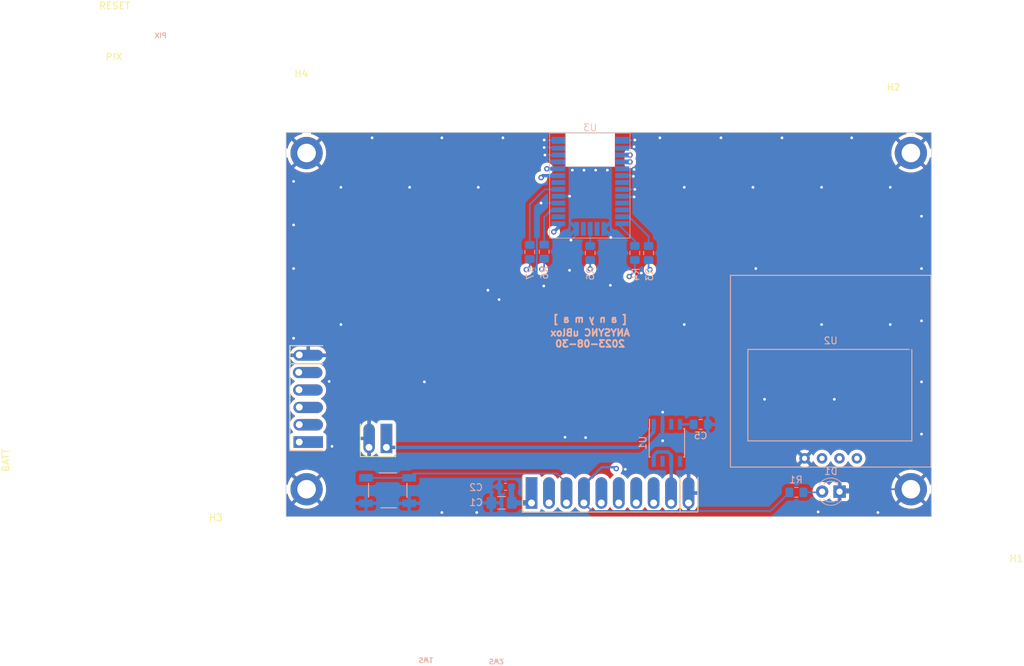
<source format=kicad_pcb>
(kicad_pcb (version 20221018) (generator pcbnew)
  (layers (0 "F.Cu" signal) (1 "In1.Cu" signal) (2 "In2.Cu" signal) (31 "B.Cu" signal) (34 "B.Paste" user) (35 "F.Paste" user) (36 "B.SilkS" user "B.Silkscreen") (37 "F.SilkS" user "F.Silkscreen") (38 "B.Mask" user) (39 "F.Mask" user) (44 "Edge.Cuts" user))
  (net 0 "")
  (net 1 "VMEM")
  (net 2 "GND")
  (net 3 "Net-(U1-Bypass)")
  (net 4 "Net-(D1-A)")
  (net 8 "Net-(U3-RFIN)")
  (net 9 "+3V3")
  (net 10 "/sda")
  (net 11 "/scl")
  (net 13 "/btn")
  (net 14 "+BATT")
  (net 15 "/rx1")
  (net 16 "/tx1")
  (net 17 "/1pps")
  (net 27 "Net-(U3-TX)")
  (net 28 "Net-(U3-RX)")
  (net 29 "Net-(U3-PPS)")
  (net 30 "Net-(U3-SDA)")
  (net 31 "Net-(U3-SCL)")
  (footprint "MountingHole:MountingHole_2.7mm_M2.5_DIN965_Pad" (layer "F.Cu") (at 208 100)
    (fp_text reference "H2" (at -2.514 -9.576) (layer "F.SilkS"))
    (fp_text value "MountingHole_Pad")
    (pad "1" thru_hole circle (at 0 0) (size 4.7 4.7) (drill 2.7) (layers "*.Cu" "*.Mask") (net 2 "GND"))
  )
  (footprint "MountingHole:MountingHole_2.7mm_M2.5_DIN965_Pad" (layer "F.Cu") (at 120 100)
    (fp_text reference "H4" (at -0.7724 -11.5572) (layer "F.SilkS"))
    (fp_text value "MountingHole_Pad")
    (pad "1" thru_hole circle (at 0 0) (size 4.7 4.7) (drill 2.7) (layers "*.Cu" "*.Mask") (net 2 "GND"))
  )
  (footprint "MountingHole:MountingHole_2.7mm_M2.5_DIN965_Pad" (layer "F.Cu") (at 208 149)
    (fp_text reference "H1" (at 15.3676 10.1056) (layer "F.SilkS"))
    (fp_text value "MountingHole_Pad")
    (pad "1" thru_hole circle (at 0 0) (size 4.7 4.7) (drill 2.7) (layers "*.Cu" "*.Mask") (net 2 "GND"))
  )
  (footprint "MountingHole:MountingHole_2.7mm_M2.5_DIN965_Pad" (layer "F.Cu") (at 120 149)
    (fp_text reference "H3" (at -13.2184 4.162) (layer "F.SilkS"))
    (fp_text value "MountingHole_Pad")
    (pad "1" thru_hole circle (at 0 0) (size 4.7 4.7) (drill 2.7) (layers "*.Cu" "*.Mask") (net 2 "GND"))
  )
  (footprint "Anyma06:ComboPinhead_02" (layer "F.Cu") (at 131.625 142.9 -90)
    (fp_text reference "BT1" hide)
    (fp_text value "Battery_Cell")
    (fp_line (start -3.45 -1.35) (end 1.35 -1.35) (stroke (width 0.12)) (layer "F.SilkS"))
    (fp_line (start -3.44 3.8) (end 1.34 3.8) (stroke (width 0.12)) (layer "F.SilkS"))
    (fp_line (start 1.35 -1.35) (end 1.34 3.8) (stroke (width 0.12)) (layer "F.SilkS"))
    (pad "1" thru_hole rect (at 0 0 270) (size 4.3 1.7) (drill 1 (offset -1.3 0)) (layers "*.Cu" "*.Mask") (net 1 "VMEM"))
    (pad "2" thru_hole oval (at 0 2.54 270) (size 4.3 1.66) (drill 1 (offset -1.3 -0.02)) (layers "*.Cu" "*.Mask") (net 2 "GND"))
  )
  (footprint "Anyma06:ComboPinhead_06" (layer "F.Cu") (at 118.9338 137.0419 180)
    (fp_text reference "J2" hide)
    (fp_text value "config")
    (fp_line (start 1.4 -6.3) (end -3.4 -6.3) (stroke (width 0.12)) (layer "B.SilkS"))
    (fp_line (start 1.4 -6.3) (end 1.42 9) (stroke (width 0.12)) (layer "B.SilkS"))
    (fp_line (start 1.4 6.35) (end -3.38 6.35) (stroke (width 0.12)) (layer "B.SilkS"))
    (fp_line (start 1.4 9) (end -3.38 9) (stroke (width 0.12)) (layer "B.SilkS"))
    (fp_line (start -3.45 -6.35) (end 1.35 -6.35) (stroke (width 0.12)) (layer "F.SilkS"))
    (fp_line (start -3.45 6.3) (end 1.33 6.3) (stroke (width 0.12)) (layer "F.SilkS"))
    (fp_line (start -3.45 8.95) (end 1.33 8.95) (stroke (width 0.12)) (layer "F.SilkS"))
    (fp_line (start 1.35 -6.35) (end 1.33 8.95) (stroke (width 0.12)) (layer "F.SilkS"))
    (pad "1" thru_hole rect (at 0 -5.08 180) (size 4.3 1.7) (drill 1 (offset -1.3 0)) (layers "*.Cu" "*.Mask") (net 9 "+3V3"))
    (pad "2" thru_hole oval (at 0 -2.54 180) (size 4.3 1.66) (drill 1 (offset -1.3 -0.02)) (layers "*.Cu" "*.Mask"))
    (pad "3" thru_hole oval (at 0 0 180) (size 4.3 1.62) (drill 1 (offset -1.3 -0.04)) (layers "*.Cu" "*.Mask"))
    (pad "4" thru_hole oval (at 0.04 2.54 180) (size 4.3 1.62) (drill 1 (offset -1.3 -0.04)) (layers "*.Cu" "*.Mask") (net 15 "/rx1"))
    (pad "5" thru_hole oval (at 0.08 5.08 180) (size 4.3 1.62) (drill 1 (offset -1.3 -0.04)) (layers "*.Cu" "*.Mask") (net 16 "/tx1"))
    (pad "6" thru_hole oval (at 0 7.62 180) (size 4.3 1.58) (drill 1 (offset -1.3 -0.06)) (layers "*.Cu" "*.Mask") (net 2 "GND"))
  )
  (footprint "synkie_footprints:C_0805_2012Metric_Pad1.15x1.40mm_HandSolder" (layer "B.Cu") (at 177.3846 139.5476)
    (fp_text reference "C5" (at 0 1.65) (layer "B.SilkS") (effects (justify mirror)))
    (fp_text value "470p")
    (fp_line (start -0.261252 -0.71) (end 0.261252 -0.71) (stroke (width 0.12)) (layer "B.SilkS"))
    (fp_line (start -0.261252 0.71) (end 0.261252 0.71) (stroke (width 0.12)) (layer "B.SilkS"))
    (pad "1" smd roundrect (at -1.025 0) (size 1.15 1.4) (layers "B.Cu" "B.Paste" "B.Mask") (roundrect_rratio 0.2173913043) (net 3 "Net-(U1-Bypass)"))
    (pad "2" smd roundrect (at 1.025 0) (size 1.15 1.4) (layers "B.Cu" "B.Paste" "B.Mask") (roundrect_rratio 0.2173913043) (net 2 "GND"))
  )
  (footprint "synkie_footprints:SOIC-8_3.9x4.9mm_P1.27mm" (layer "B.Cu") (at 172.466 142.24 -90)
    (fp_text reference "U1" (at 0 3.5 90) (layer "B.SilkS") (effects (justify mirror)))
    (fp_text value "TC1263")
    (fp_line (start -2.075 -2.575) (end -2.075 -2.43) (stroke (width 0.15)) (layer "B.SilkS"))
    (fp_line (start -2.075 -2.575) (end 2.075 -2.575) (stroke (width 0.15)) (layer "B.SilkS"))
    (fp_line (start -2.075 2.525) (end -3.475 2.525) (stroke (width 0.15)) (layer "B.SilkS"))
    (fp_line (start -2.075 2.575) (end -2.075 2.525) (stroke (width 0.15)) (layer "B.SilkS"))
    (fp_line (start -2.075 2.575) (end 2.075 2.575) (stroke (width 0.15)) (layer "B.SilkS"))
    (fp_line (start 2.075 -2.575) (end 2.075 -2.43) (stroke (width 0.15)) (layer "B.SilkS"))
    (fp_line (start 2.075 2.575) (end 2.075 2.43) (stroke (width 0.15)) (layer "B.SilkS"))
    (pad "1" smd rect (at -2.7 1.905 270) (size 1.55 0.6) (layers "B.Cu" "B.Paste" "B.Mask") (net 1 "VMEM"))
    (pad "2" smd rect (at -2.7 0.635 270) (size 1.55 0.6) (layers "B.Cu" "B.Paste" "B.Mask") (net 2 "GND"))
    (pad "3" smd rect (at -2.7 -0.635 270) (size 1.55 0.6) (layers "B.Cu" "B.Paste" "B.Mask"))
    (pad "4" smd rect (at -2.7 -1.905 270) (size 1.55 0.6) (layers "B.Cu" "B.Paste" "B.Mask") (net 3 "Net-(U1-Bypass)"))
    (pad "5" smd rect (at 2.7 -1.905 270) (size 1.55 0.6) (layers "B.Cu" "B.Paste" "B.Mask"))
    (pad "6" smd rect (at 2.7 -0.635 270) (size 1.55 0.6) (layers "B.Cu" "B.Paste" "B.Mask") (net 14 "+BATT"))
    (pad "7" smd rect (at 2.7 0.635 270) (size 1.55 0.6) (layers "B.Cu" "B.Paste" "B.Mask"))
    (pad "8" smd rect (at 2.7 1.905 270) (size 1.55 0.6) (layers "B.Cu" "B.Paste" "B.Mask") (net 14 "+BATT"))
  )
  (footprint "synkie_footprints:C_1206_3216Metric_Pad1.42x1.75mm_HandSolder" (layer "B.Cu") (at 148.3868 150.9776 180)
    (fp_text reference "C1" (at 3.7084 0.0508) (layer "B.SilkS") (effects (justify mirror)))
    (fp_text value "4u7")
    (fp_line (start -0.602064 -0.91) (end 0.602064 -0.91) (stroke (width 0.12)) (layer "B.SilkS"))
    (fp_line (start -0.602064 0.91) (end 0.602064 0.91) (stroke (width 0.12)) (layer "B.SilkS"))
    (pad "1" smd roundrect (at -1.4875 0 180) (size 1.425 1.75) (layers "B.Cu" "B.Paste" "B.Mask") (roundrect_rratio 0.1754392982) (net 9 "+3V3"))
    (pad "2" smd roundrect (at 1.4875 0 180) (size 1.425 1.75) (layers "B.Cu" "B.Paste" "B.Mask") (roundrect_rratio 0.1754392982) (net 2 "GND"))
  )
  (footprint "synkie_footprints:C_0805_2012Metric_Pad1.15x1.40mm_HandSolder" (layer "B.Cu") (at 152.5 114.425 90)
    (fp_text reference "R7" (at -3.0754 0.0524 90) (layer "B.SilkS") (effects (justify mirror)))
    (fp_text value "220")
    (fp_line (start -0.261252 -0.71) (end 0.261252 -0.71) (stroke (width 0.12)) (layer "B.SilkS"))
    (fp_line (start -0.261252 0.71) (end 0.261252 0.71) (stroke (width 0.12)) (layer "B.SilkS"))
    (pad "1" smd roundrect (at -1.025 0 90) (size 1.15 1.4) (layers "B.Cu" "B.Paste" "B.Mask") (roundrect_rratio 0.2173913043) (net 11 "/scl"))
    (pad "2" smd roundrect (at 1.025 0 90) (size 1.15 1.4) (layers "B.Cu" "B.Paste" "B.Mask") (roundrect_rratio 0.2173913043) (net 31 "Net-(U3-SCL)"))
  )
  (footprint "synkie_footprints:C_0805_2012Metric_Pad1.15x1.40mm_HandSolder" (layer "B.Cu") (at 154.6 114.375 90)
    (fp_text reference "R6" (at -3.0754 0.0524 90) (layer "B.SilkS") (effects (justify mirror)))
    (fp_text value "220")
    (fp_line (start -0.261252 -0.71) (end 0.261252 -0.71) (stroke (width 0.12)) (layer "B.SilkS"))
    (fp_line (start -0.261252 0.71) (end 0.261252 0.71) (stroke (width 0.12)) (layer "B.SilkS"))
    (pad "1" smd roundrect (at -1.025 0 90) (size 1.15 1.4) (layers "B.Cu" "B.Paste" "B.Mask") (roundrect_rratio 0.2173913043) (net 10 "/sda"))
    (pad "2" smd roundrect (at 1.025 0 90) (size 1.15 1.4) (layers "B.Cu" "B.Paste" "B.Mask") (roundrect_rratio 0.2173913043) (net 30 "Net-(U3-SDA)"))
  )
  (footprint "synkie_footprints:C_0805_2012Metric_Pad1.15x1.40mm_HandSolder" (layer "B.Cu") (at 167.8 114.575 90)
    (fp_text reference "R4" (at -3.1286 0.1448 90) (layer "B.SilkS") (effects (justify mirror)))
    (fp_text value "220")
    (fp_line (start -0.261252 -0.71) (end 0.261252 -0.71) (stroke (width 0.12)) (layer "B.SilkS"))
    (fp_line (start -0.261252 0.71) (end 0.261252 0.71) (stroke (width 0.12)) (layer "B.SilkS"))
    (pad "1" smd roundrect (at -1.025 0 90) (size 1.15 1.4) (layers "B.Cu" "B.Paste" "B.Mask") (roundrect_rratio 0.2173913043) (net 15 "/rx1"))
    (pad "2" smd roundrect (at 1.025 0 90) (size 1.15 1.4) (layers "B.Cu" "B.Paste" "B.Mask") (roundrect_rratio 0.2173913043) (net 28 "Net-(U3-RX)"))
  )
  (footprint "synkie_footprints:C_0805_2012Metric_Pad1.15x1.40mm_HandSolder" (layer "B.Cu") (at 191.3218 149.4536)
    (fp_text reference "R1" (at -0.0598 -1.8288) (layer "B.SilkS") (effects (justify mirror)))
    (fp_text value "220")
    (fp_line (start -0.261252 -0.71) (end 0.261252 -0.71) (stroke (width 0.12)) (layer "B.SilkS"))
    (fp_line (start -0.261252 0.71) (end 0.261252 0.71) (stroke (width 0.12)) (layer "B.SilkS"))
    (pad "1" smd roundrect (at -1.025 0) (size 1.15 1.4) (layers "B.Cu" "B.Paste" "B.Mask") (roundrect_rratio 0.2173913043) (net 17 "/1pps"))
    (pad "2" smd roundrect (at 1.025 0) (size 1.15 1.4) (layers "B.Cu" "B.Paste" "B.Mask") (roundrect_rratio 0.2173913043) (net 4 "Net-(D1-A)"))
  )
  (footprint "anyma_footprints:ComboPinhead_10" (layer "B.Cu") (at 152.76 151 -90)
    (fp_text reference "J10" hide)
    (fp_text value "gps")
    (fp_line (start -3.8 1.35) (end 1.3 1.35) (stroke (width 0.12)) (layer "B.SilkS"))
    (fp_line (start -3.6 -21.6) (end 1.4 -21.6) (stroke (width 0.12)) (layer "B.SilkS"))
    (fp_line (start -3.55 -24.19) (end 1.33 -24.19) (stroke (width 0.12)) (layer "B.SilkS"))
    (fp_line (start 1.3 1.35) (end 1.33 -24.19) (stroke (width 0.12)) (layer "B.SilkS"))
    (fp_line (start 1.15 -24.24) (end -3.73 -24.24) (stroke (width 0.12)) (layer "F.SilkS"))
    (fp_line (start 1.2 -21.65) (end -3.8 -21.65) (stroke (width 0.12)) (layer "F.SilkS"))
    (fp_line (start 1.33 1.3) (end 1.3 -24.24) (stroke (width 0.12)) (layer "F.SilkS"))
    (fp_line (start 1.4 1.3) (end -3.7 1.3) (stroke (width 0.12)) (layer "F.SilkS"))
    (pad "1" thru_hole rect (at 0 0 270) (size 4.6 1.7) (drill 1 (offset -1.45 0)) (layers "*.Cu" "*.Mask") (net 9 "+3V3"))
    (pad "2" thru_hole oval (at 0 -2.54 270) (size 4.6 1.71) (drill 1 (offset -1.45 -0.005)) (layers "*.Cu" "*.Mask"))
    (pad "3" thru_hole oval (at 0 -5.08 270) (size 4.6 1.71) (drill 1 (offset -1.45 -0.005)) (layers "*.Cu" "*.Mask") (net 13 "/btn"))
    (pad "4" thru_hole oval (at 0 -7.62 270) (size 4.6 1.71) (drill 1 (offset -1.45 -0.005)) (layers "*.Cu" "*.Mask") (net 17 "/1pps"))
    (pad "5" thru_hole oval (at 0 -10.16 270) (size 4.6 1.71) (drill 1 (offset -1.45 -0.005)) (layers "*.Cu" "*.Mask") (net 11 "/scl"))
    (pad "6" thru_hole oval (at 0 -12.7 270) (size 4.6 1.71) (drill 1 (offset -1.45 -0.005)) (layers "*.Cu" "*.Mask") (net 10 "/sda"))
    (pad "7" thru_hole oval (at 0 -15.24 270) (size 4.6 1.71) (drill 1 (offset -1.45 -0.005)) (layers "*.Cu" "*.Mask") (net 15 "/rx1"))
    (pad "8" thru_hole oval (at 0 -17.78 270) (size 4.6 1.71) (drill 1 (offset -1.45 -0.005)) (layers "*.Cu" "*.Mask") (net 16 "/tx1"))
    (pad "9" thru_hole oval (at 0 -20.32 270) (size 4.6 1.71) (drill 1 (offset -1.45 -0.005)) (layers "*.Cu" "*.Mask") (net 14 "+BATT"))
    (pad "10" thru_hole oval (at 0 -22.86 270) (size 4.6 1.71) (drill 1 (offset -1.45 -0.005)) (layers "*.Cu" "*.Mask") (net 2 "GND"))
  )
  (footprint "Anyma06:CAM-M8" (layer "B.Cu") (at 161.3 103.3 180)
    (fp_text reference "U3" (at 0 7 unlocked) (layer "B.SilkS") (effects (font (thickness 0.1)) (justify mirror)))
    (fp_text value "~")
    (fp_rect (start -5.8 6.2) (end 5.9 -9.1) (stroke (width 0.1)) (fill none) (layer "B.SilkS"))
    (pad "1" smd rect (at 4 -7 180) (size 2 0.7) (drill (offset 0.65 0)) (layers "B.Cu" "B.Paste" "B.Mask") (net 9 "+3V3"))
    (pad "2" smd rect (at 4 -6 180) (size 2 0.7) (drill (offset 0.65 0)) (layers "B.Cu" "B.Paste" "B.Mask"))
    (pad "3" smd rect (at 4 -5 180) (size 2 0.7) (drill (offset 0.65 0)) (layers "B.Cu" "B.Paste" "B.Mask") (net 30 "Net-(U3-SDA)"))
    (pad "4" smd rect (at 4 -4 180) (size 2 0.7) (drill (offset 0.65 0)) (layers "B.Cu" "B.Paste" "B.Mask") (net 2 "GND"))
    (pad "5" smd rect (at 4 -3 180) (size 2 0.7) (drill (offset 0.65 0)) (layers "B.Cu" "B.Paste" "B.Mask") (net 2 "GND"))
    (pad "6" smd rect (at 4 -2 180) (size 2 0.7) (drill (offset 0.65 0)) (layers "B.Cu" "B.Paste" "B.Mask") (net 31 "Net-(U3-SCL)"))
    (pad "7" smd rect (at 4 -1 180) (size 2 0.7) (drill (offset 0.65 0)) (layers "B.Cu" "B.Paste" "B.Mask"))
    (pad "8" smd rect (at 4 0 180) (size 2 0.7) (drill (offset 0.65 0)) (layers "B.Cu" "B.Paste" "B.Mask") (net 1 "VMEM"))
    (pad "9" smd rect (at 4 1 180) (size 2 0.7) (drill (offset 0.65 0)) (layers "B.Cu" "B.Paste" "B.Mask") (net 9 "+3V3"))
    (pad "10" smd rect (at 4 2 180) (size 2 0.7) (drill (offset 0.65 0)) (layers "B.Cu" "B.Paste" "B.Mask") (net 2 "GND"))
    (pad "11" smd rect (at 4 3 180) (size 2 0.7) (drill (offset 0.65 0)) (layers "B.Cu" "B.Paste" "B.Mask") (net 2 "GND"))
    (pad "12" smd rect (at 4 4 180) (size 2 0.7) (drill (offset 0.65 0)) (layers "B.Cu" "B.Paste" "B.Mask") (net 2 "GND"))
    (pad "13" smd rect (at 4 5.15 180) (size 2 1) (drill (offset 0.65 0)) (layers "B.Cu" "B.Paste" "B.Mask") (net 2 "GND"))
    (pad "14" smd rect (at -4 5.15) (size 2 1) (drill (offset 0.65 0)) (layers "B.Cu" "B.Paste" "B.Mask") (net 2 "GND"))
    (pad "15" smd rect (at -4 4) (size 2 0.7) (drill (offset 0.65 0)) (layers "B.Cu" "B.Paste" "B.Mask") (net 2 "GND"))
    (pad "16" smd rect (at -4 3) (size 2 0.7) (drill (offset 0.65 0)) (layers "B.Cu" "B.Paste" "B.Mask") (net 8 "Net-(U3-RFIN)"))
    (pad "17" smd rect (at -4 2) (size 2 0.7) (drill (offset 0.65 0)) (layers "B.Cu" "B.Paste" "B.Mask") (net 8 "Net-(U3-RFIN)"))
    (pad "18" smd rect (at -4 1) (size 2 0.7) (drill (offset 0.65 0)) (layers "B.Cu" "B.Paste" "B.Mask") (net 2 "GND"))
    (pad "19" smd rect (at -4 0) (size 2 0.7) (drill (offset 0.65 0)) (layers "B.Cu" "B.Paste" "B.Mask") (net 2 "GND"))
    (pad "20" smd rect (at -4 -1) (size 2 0.7) (drill (offset 0.65 0)) (layers "B.Cu" "B.Paste" "B.Mask"))
    (pad "21" smd rect (at -4 -2) (size 2 0.7) (drill (offset 0.65 0)) (layers "B.Cu" "B.Paste" "B.Mask") (net 2 "GND"))
    (pad "22" smd rect (at -4 -3) (size 2 0.7) (drill (offset 0.65 0)) (layers "B.Cu" "B.Paste" "B.Mask") (net 2 "GND"))
    (pad "23" smd rect (at -4 -4) (size 2 0.7) (drill (offset 0.65 0)) (layers "B.Cu" "B.Paste" "B.Mask"))
    (pad "24" smd rect (at -4 -5) (size 2 0.7) (drill (offset 0.65 0)) (layers "B.Cu" "B.Paste" "B.Mask"))
    (pad "25" smd rect (at -4 -6) (size 2 0.7) (drill (offset 0.65 0)) (layers "B.Cu" "B.Paste" "B.Mask") (net 27 "Net-(U3-TX)"))
    (pad "26" smd rect (at -4 -7) (size 2 0.7) (drill (offset 0.65 0)) (layers "B.Cu" "B.Paste" "B.Mask") (net 28 "Net-(U3-RX)"))
    (pad "27" smd rect (at -2 -7.1 270) (size 2 0.7) (drill (offset 0.65 0)) (layers "B.Cu" "B.Paste" "B.Mask") (net 2 "GND"))
    (pad "28" smd rect (at -1 -7.1 270) (size 2 0.7) (drill (offset 0.65 0)) (layers "B.Cu" "B.Paste" "B.Mask"))
    (pad "29" smd rect (at 0 -7.1 270) (size 2 0.7) (drill (offset 0.65 0)) (layers "B.Cu" "B.Paste" "B.Mask") (net 29 "Net-(U3-PPS)"))
    (pad "30" smd rect (at 1 -7.1 270) (size 2 0.7) (drill (offset 0.65 0)) (layers "B.Cu" "B.Paste" "B.Mask"))
    (pad "31" smd rect (at 2 -7.1 270) (size 2 0.7) (drill (offset 0.65 0)) (layers "B.Cu" "B.Paste" "B.Mask") (net 2 "GND"))
    (zone (net 0) (net_name "") (layers "*.Cu") (connect_pads (clearance 0)) (min_thickness 0.25)
      (keepout (tracks not_allowed) (vias not_allowed) (pads not_allowed) (copperpour not_allowed) (footprints not_allowed))
      (fill (thermal_gap 0.5) (thermal_bridge_width 0.5))
      (polygon (pts (xy 164.9 97.2) (xy 157.7 97.2) (xy 157.7 102) (xy 164.9 102)))
    )
  )
  (footprint "synkie_footprints:Alps_Tactile_Switch" (layer "B.Cu") (at 131.826 149.1488 180)
    (fp_text reference "SW2" hide)
    (fp_text value "play/pause")
    (fp_line (start -2.784 0.998) (end -2.784 -1.034) (stroke (width 0.15)) (layer "B.SilkS"))
    (fp_line (start -1.26 -2.558) (end 1.026 -2.558) (stroke (width 0.15)) (layer "B.SilkS"))
    (fp_line (start -1.26 2.522) (end 1.28 2.522) (stroke (width 0.15)) (layer "B.SilkS"))
    (fp_line (start 2.804 0.998) (end 2.804 -1.034) (stroke (width 0.15)) (layer "B.SilkS"))
    (pad "1" smd rect (at -3.115 1.81 180) (size 2 1.1) (layers "B.Cu" "B.Paste" "B.Mask") (net 13 "/btn"))
    (pad "1" smd rect (at 3.185 1.81 180) (size 2 1.1) (layers "B.Cu" "B.Paste" "B.Mask") (net 13 "/btn"))
    (pad "2" smd rect (at -3.115 -1.9 180) (size 2 1.1) (layers "B.Cu" "B.Paste" "B.Mask") (net 2 "GND"))
    (pad "2" smd rect (at 3.185 -1.9 180) (size 2 1.1) (layers "B.Cu" "B.Paste" "B.Mask") (net 2 "GND"))
  )
  (footprint "synkie_footprints:C_0805_2012Metric_Pad1.15x1.40mm_HandSolder" (layer "B.Cu") (at 161.3 114.575 90)
    (fp_text reference "R5" (at -3.027 0.0408 90) (layer "B.SilkS") (effects (justify mirror)))
    (fp_text value "220")
    (fp_line (start -0.261252 -0.71) (end 0.261252 -0.71) (stroke (width 0.12)) (layer "B.SilkS"))
    (fp_line (start -0.261252 0.71) (end 0.261252 0.71) (stroke (width 0.12)) (layer "B.SilkS"))
    (pad "1" smd roundrect (at -1.025 0 90) (size 1.15 1.4) (layers "B.Cu" "B.Paste" "B.Mask") (roundrect_rratio 0.2173913043) (net 17 "/1pps"))
    (pad "2" smd roundrect (at 1.025 0 90) (size 1.15 1.4) (layers "B.Cu" "B.Paste" "B.Mask") (roundrect_rratio 0.2173913043) (net 29 "Net-(U3-PPS)"))
  )
  (footprint "synkie_footprints:Bangood_I2C_Display" (layer "B.Cu") (at 196.965 134.34)
    (fp_text reference "U2" (at -0.635 -6.985) (layer "B.SilkS") (effects (justify mirror)))
    (fp_text value "i2c-display128x32")
    (fp_line (start -15.24 -16.51) (end -15.24 11.43) (stroke (width 0.15)) (layer "B.SilkS"))
    (fp_line (start -15.24 11.43) (end 13.97 11.43) (stroke (width 0.15)) (layer "B.SilkS"))
    (fp_line (start -12.7 -5.715) (end -12.7 7.62) (stroke (width 0.15)) (layer "B.SilkS"))
    (fp_line (start -12.7 7.62) (end 11.176 7.62) (stroke (width 0.15)) (layer "B.SilkS"))
    (fp_line (start 10.795 -5.715) (end -12.7 -5.715) (stroke (width 0.15)) (layer "B.SilkS"))
    (fp_line (start 11.176 7.62) (end 11.176 -5.715) (stroke (width 0.15)) (layer "B.SilkS"))
    (fp_line (start 13.97 -16.51) (end -15.24 -16.51) (stroke (width 0.15)) (layer "B.SilkS"))
    (fp_line (start 13.97 11.43) (end 13.97 -16.51) (stroke (width 0.15)) (layer "B.SilkS"))
    (pad "1" thru_hole circle (at -4.445 10.16) (size 1.524 1.524) (drill 0.762) (layers "*.Cu" "*.Mask") (net 2 "GND"))
    (pad "2" thru_hole circle (at -1.905 10.16) (size 1.524 1.524) (drill 0.762) (layers "*.Cu" "*.Mask") (net 9 "+3V3"))
    (pad "3" thru_hole circle (at 0.635 10.16) (size 1.524 1.524) (drill 0.762) (layers "*.Cu" "*.Mask") (net 11 "/scl"))
    (pad "4" thru_hole circle (at 3.175 10.16) (size 1.524 1.524) (drill 0.762) (layers "*.Cu" "*.Mask") (net 10 "/sda"))
  )
  (footprint "synkie_footprints:C_0805_2012Metric_Pad1.15x1.40mm_HandSolder" (layer "B.Cu") (at 169.8 114.575 90)
    (fp_text reference "R3" (at -3.1286 0.1448 90) (layer "B.SilkS") (effects (justify mirror)))
    (fp_text value "220")
    (fp_line (start -0.261252 -0.71) (end 0.261252 -0.71) (stroke (width 0.12)) (layer "B.SilkS"))
    (fp_line (start -0.261252 0.71) (end 0.261252 0.71) (stroke (width 0.12)) (layer "B.SilkS"))
    (pad "1" smd roundrect (at -1.025 0 90) (size 1.15 1.4) (layers "B.Cu" "B.Paste" "B.Mask") (roundrect_rratio 0.2173913043) (net 16 "/tx1"))
    (pad "2" smd roundrect (at 1.025 0 90) (size 1.15 1.4) (layers "B.Cu" "B.Paste" "B.Mask") (roundrect_rratio 0.2173913043) (net 27 "Net-(U3-TX)"))
  )
  (footprint "LED_THT:LED_D3.0mm_Clear" (layer "B.Cu") (at 197.617 149.352 180)
    (fp_text reference "D1" (at 1.27 2.96) (layer "B.SilkS") (effects (justify mirror)))
    (fp_text value "LED")
    (fp_line (start -0.29 -1.08) (end -0.29 -1.236) (stroke (width 0.12)) (layer "B.SilkS"))
    (fp_line (start -0.29 1.236) (end -0.29 1.08) (stroke (width 0.12)) (layer "B.SilkS"))
    (fp_arc (start -0.29 -1.235516) (mid 1.366487 -1.987659) (end 2.942335 -1.078608) (stroke (width 0.12)) (layer "B.SilkS"))
    (fp_arc (start 0.229039 -1.08) (mid 1.270117 -1.5) (end 2.31113 -1.079837) (stroke (width 0.12)) (layer "B.SilkS"))
    (fp_arc (start 2.31113 1.079837) (mid 1.270117 1.5) (end 0.229039 1.08) (stroke (width 0.12)) (layer "B.SilkS"))
    (fp_arc (start 2.942335 1.078608) (mid 1.366487 1.987659) (end -0.29 1.235516) (stroke (width 0.12)) (layer "B.SilkS"))
    (pad "1" thru_hole rect (at 0 0 180) (size 1.8 1.8) (drill 0.9) (layers "*.Cu" "*.Mask") (net 2 "GND"))
    (pad "2" thru_hole circle (at 2.54 0 180) (size 1.8 1.8) (drill 0.9) (layers "*.Cu" "*.Mask") (net 4 "Net-(D1-A)"))
  )
  (footprint "synkie_footprints:C_0603_1608Metric_Pad1.05x0.95mm_HandSolder" (layer "B.Cu") (at 148.957 148.6408 180)
    (fp_text reference "C2" (at 4.2786 -0.1016) (layer "B.SilkS") (effects (justify mirror)))
    (fp_text value "100n")
    (fp_line (start -0.171267 -0.51) (end 0.171267 -0.51) (stroke (width 0.12)) (layer "B.SilkS"))
    (fp_line (start -0.171267 0.51) (end 0.171267 0.51) (stroke (width 0.12)) (layer "B.SilkS"))
    (pad "1" smd roundrect (at -0.875 0 180) (size 1.05 0.95) (layers "B.Cu" "B.Paste" "B.Mask") (net 9 "+3V3"))
    (pad "2" smd roundrect (at 0.875 0 180) (size 1.05 0.95) (layers "B.Cu" "B.Paste" "B.Mask") (net 2 "GND"))
  )
  (gr_rect (start 117 97) (end 211 153) (stroke (width 0.1)) (fill none) (layer "Edge.Cuts"))
  (gr_text "PIX" (at 98.75 82.894) (layer "B.SilkS") (effects (font (size 0.7 0.7)) (justify mirror)))
  (gr_text "SW2" (at 147.645 174.0875 180) (layer "B.SilkS") (effects (font (size 0.7 0.7)) (justify mirror)))
  (gr_text "ANYSYNC uBlox\n2023-08-30" (at 161.29 127) (layer "B.SilkS") (effects (font (size 1 1) (thickness 0.25)) (justify mirror)))
  (gr_text "[ a n y m a ]" (at 161.29 124.206) (layer "B.SilkS") (effects (font (size 1 1) (thickness 0.25)) (justify mirror)))
  (gr_text "SW1" (at 137.395 173.8875 180) (layer "B.SilkS") (effects (font (size 0.7 0.7)) (justify mirror)))
  (gr_text "BATT\n" (at 76.2 144.78 90) (layer "F.SilkS") (effects (font (size 1 1))))
  (gr_text "PIX" (at 91.95 86) (layer "F.SilkS") (effects (font (size 1 1))))
  (gr_text "RESET" (at 92.05 78.55) (layer "F.SilkS") (effects (font (size 1 1))))
  (via (at 154.1505 103.5812) (size 0.8) (drill 0.4) (layers "F.Cu" "B.Cu") (net 1))
  (segment (start 170.5356 140.5128) (end 170.561 140.4874) (width 0.5) (layer "B.Cu") (net 1))
  (segment (start 131.625 142.9) (end 168.3008 142.9) (width 0.5) (layer "B.Cu") (net 1))
  (segment (start 170.561 140.4874) (end 170.561 139.54) (width 0.5) (layer "B.Cu") (net 1))
  (segment (start 168.3008 142.9) (end 170.5356 140.6652) (width 0.5) (layer "B.Cu") (net 1))
  (segment (start 170.5356 140.6652) (end 170.5356 140.5128) (width 0.5) (layer "B.Cu") (net 1))
  (segment (start 154.4317 103.3) (end 154.1505 103.5812) (width 0.5) (layer "B.Cu") (net 1))
  (segment (start 157.3 103.3) (end 154.4317 103.3) (width 0.5) (layer "B.Cu") (net 1))
  (segment (start 156.4 107.3) (end 156.5 107.4) (width 0.25) (layer "F.Cu") (net 2))
  (segment (start 158.5 112.7) (end 163.9 112.7) (width 0.25) (layer "F.Cu") (net 2))
  (segment (start 154.7 100.3) (end 154.7 99.3) (width 0.25) (layer "F.Cu") (net 2))
  (segment (start 167.8 99) (end 167.7 99.1) (width 0.25) (layer "F.Cu") (net 2))
  (segment (start 167.7 102.4) (end 168.1 102) (width 0.25) (layer "F.Cu") (net 2))
  (segment (start 154.6 98.1) (end 154.6 99.2) (width 0.25) (layer "F.Cu") (net 2))
  (segment (start 164.3 112.3) (end 167.7 108.9) (width 0.25) (layer "F.Cu") (net 2))
  (segment (start 154.7 99.3) (end 154.6 99.2) (width 0.25) (layer "F.Cu") (net 2))
  (segment (start 168.1 99.5) (end 167.7 99.1) (width 0.25) (layer "F.Cu") (net 2))
  (segment (start 168.1 102) (end 168.1 99.5) (width 0.25) (layer "F.Cu") (net 2))
  (segment (start 167.6 102.5) (end 167.7 102.4) (width 0.25) (layer "F.Cu") (net 2))
  (segment (start 167.8 105.3) (end 167.8 106.3) (width 0.25) (layer "F.Cu") (net 2))
  (segment (start 163.9 112.7) (end 164.3 112.3) (width 0.25) (layer "F.Cu") (net 2))
  (segment (start 154.1505 107.3) (end 156.1 107.3) (width 0.25) (layer "F.Cu") (net 2))
  (segment (start 167.8 98.1) (end 167.8 99) (width 0.25) (layer "F.Cu") (net 2))
  (segment (start 167.7 108.9) (end 167.7 106.4) (width 0.25) (layer "F.Cu") (net 2))
  (segment (start 167.8 106.3) (end 167.7 106.4) (width 0.25) (layer "F.Cu") (net 2))
  (segment (start 167.6 103.4) (end 167.6 102.5) (width 0.25) (layer "F.Cu") (net 2))
  (via (at 135 105) (size 0.8) (drill 0.4) (layers "F.Cu" "B.Cu") (net 2))
  (via (at 167.7 102.4) (size 0.8) (drill 0.4) (layers "F.Cu" "B.Cu") (net 2))
  (via (at 139.7 152.4) (size 0.8) (drill 0.4) (layers "F.Cu" "B.Cu") (net 2))
  (via (at 144.78 152.4) (size 0.8) (drill 0.4) (layers "F.Cu" "B.Cu") (net 2))
  (via (at 196.85 135.89) (size 0.8) (drill 0.4) (layers "F.Cu" "B.Cu") (net 2))
  (via (at 180.34 97.79) (size 0.8) (drill 0.4) (layers "F.Cu" "B.Cu") (net 2))
  (via (at 205 125) (size 0.8) (drill 0.4) (layers "F.Cu" "B.Cu") (net 2))
  (via (at 167.6 103.4) (size 0.8) (drill 0.4) (layers "F.Cu" "B.Cu") (net 2))
  (via (at 171.8564 137.7696) (size 0.8) (drill 0.4) (layers "F.Cu" "B.Cu") (net 2))
  (via (at 175 105) (size 0.8) (drill 0.4) (layers "F.Cu" "B.Cu") (net 2))
  (via (at 158.5 112.7) (size 0.8) (drill 0.4) (layers "F.Cu" "B.Cu") (net 2))
  (via (at 167.8 98.1) (size 0.8) (drill 0.4) (layers "F.Cu" "B.Cu") (net 2))
  (via (at 160.6296 141.478) (size 0.8) (drill 0.4) (layers "F.Cu" "B.Cu") (net 2))
  (via (at 154.7 100.3) (size 0.8) (drill 0.4) (layers "F.Cu" "B.Cu") (net 2))
  (via (at 154.5336 119.38) (size 0.8) (drill 0.4) (layers "F.Cu" "B.Cu") (net 2))
  (via (at 164.3 112.3) (size 0.8) (drill 0.4) (layers "F.Cu" "B.Cu") (net 2))
  (via (at 199.39 97.79) (size 0.8) (drill 0.4) (layers "F.Cu" "B.Cu") (net 2))
  (via (at 160.4 102.5) (size 0.8) (drill 0.4) (layers "F.Cu" "B.Cu") (net 2))
  (via (at 194.5 152.3) (size 0.8) (drill 0.4) (layers "F.Cu" "B.Cu") (net 2))
  (via (at 171.8564 141.9352) (size 0.8) (drill 0.4) (layers "F.Cu" "B.Cu") (net 2))
  (via (at 167.8 105.3) (size 0.8) (drill 0.4) (layers "F.Cu" "B.Cu") (net 2))
  (via (at 123.2916 133.2992) (size 0.8) (drill 0.4) (layers "F.Cu" "B.Cu") (net 2))
  (via (at 118.11 110.49) (size 0.8) (drill 0.4) (layers "F.Cu" "B.Cu") (net 2))
  (via (at 158.2928 117.094) (size 0.8) (drill 0.4) (layers "F.Cu" "B.Cu") (net 2))
  (via (at 205 105) (size 0.8) (drill 0.4) (layers "F.Cu" "B.Cu") (net 2))
  (via (at 195 105) (size 0.8) (drill 0.4) (layers "F.Cu" "B.Cu") (net 2))
  (via (at 137.16 133.35) (size 0.8) (drill 0.4) (layers "F.Cu" "B.Cu") (net 2))
  (via (at 146.4 120) (size 0.8) (drill 0.4) (layers "F.Cu" "B.Cu") (net 2))
  (via (at 154.6 99.2) (size 0.8) (drill 0.4) (layers "F.Cu" "B.Cu") (net 2))
  (via (at 125 125) (size 0.8) (drill 0.4) (layers "F.Cu" "B.Cu") (net 2))
  (via (at 129.54 97.79) (size 0.8) (drill 0.4) (layers "F.Cu" "B.Cu") (net 2))
  (via (at 209.55 133.35) (size 0.8) (drill 0.4) (layers "F.Cu" "B.Cu") (net 2))
  (via (at 118.11 104.14) (size 0.8) (drill 0.4) (layers "F.Cu" "B.Cu") (net 2))
  (via (at 209.55 124.46) (size 0.8) (drill 0.4) (layers "F.Cu" "B.Cu") (net 2))
  (via (at 185.42 116.84) (size 0.8) (drill 0.4) (layers "F.Cu" "B.Cu") (net 2))
  (via (at 209.55 140.97) (size 0.8) (drill 0.4) (layers "F.Cu" "B.Cu") (net 2))
  (via (at 118.11 116.84) (size 0.8) (drill 0.4) (layers "F.Cu" "B.Cu") (net 2))
  (via (at 123.698 142.748) (size 0.8) (drill 0.4) (layers "F.Cu" "B.Cu") (net 2))
  (via (at 163.8 102.5) (size 0.8) (drill 0.4) (layers "F.Cu" "B.Cu") (net 2))
  (via (at 148.59 97.79) (size 0.8) (drill 0.4) (layers "F.Cu" "B.Cu") (net 2))
  (via (at 167.7 99.1) (size 0.8) (drill 0.4) (layers "F.Cu" "B.Cu") (net 2))
  (via (at 186.69 135.89) (size 0.8) (drill 0.4) (layers "F.Cu" "B.Cu") (net 2))
  (via (at 162.1 102.5) (size 0.8) (drill 0.4) (layers "F.Cu" "B.Cu") (net 2))
  (via (at 154.1505 107.3) (size 0.8) (drill 0.4) (layers "F.Cu" "B.Cu") (net 2))
  (via (at 166.4208 146.1008) (size 0.8) (drill 0.4) (layers "F.Cu" "B.Cu") (net 2))
  (via (at 175 125) (size 0.8) (drill 0.4) (layers "F.Cu" "B.Cu") (net 2))
  (via (at 164.2364 119.2784) (size 0.8) (drill 0.4) (layers "F.Cu" "B.Cu") (net 2))
  (via (at 125 105) (size 0.8) (drill 0.4) (layers "F.Cu" "B.Cu") (net 2))
  (via (at 195 125) (size 0.8) (drill 0.4) (layers "F.Cu" "B.Cu") (net 2))
  (via (at 158.3 106.3) (size 0.8) (drill 0.4) (layers "F.Cu" "B.Cu") (net 2))
  (via (at 185 105) (size 0.8) (drill 0.4) (layers "F.Cu" "B.Cu") (net 2))
  (via (at 145 105) (size 0.8) (drill 0.4) (layers "F.Cu" "B.Cu") (net 2))
  (via (at 203.2 152.4) (size 0.8) (drill 0.4) (layers "F.Cu" "B.Cu") (net 2))
  (via (at 209.55 109.22) (size 0.8) (drill 0.4) (layers "F.Cu" "B.Cu") (net 2))
  (via (at 158.7 102.5) (size 0.8) (drill 0.4) (layers "F.Cu" "B.Cu") (net 2))
  (via (at 189.23 97.79) (size 0.8) (drill 0.4) (layers "F.Cu" "B.Cu") (net 2))
  (via (at 209.55 116.84) (size 0.8) (drill 0.4) (layers "F.Cu" "B.Cu") (net 2))
  (via (at 157.6324 141.4272) (size 0.8) (drill 0.4) (layers "F.Cu" "B.Cu") (net 2))
  (via (at 168.75 117.5) (size 0.8) (drill 0.4) (layers "F.Cu" "B.Cu") (net 2))
  (via (at 139.7 97.79) (size 0.8) (drill 0.4) (layers "F.Cu" "B.Cu") (net 2))
  (via (at 167.7 106.4) (size 0.8) (drill 0.4) (layers "F.Cu" "B.Cu") (net 2))
  (via (at 148.0312 121.3612) (size 0.8) (drill 0.4) (layers "F.Cu" "B.Cu") (net 2))
  (via (at 171.45 97.79) (size 0.8) (drill 0.4) (layers "F.Cu" "B.Cu") (net 2))
  (via (at 154.6 98.1) (size 0.8) (drill 0.4) (layers "F.Cu" "B.Cu") (net 2))
  (via (at 118.11 127) (size 0.8) (drill 0.4) (layers "F.Cu" "B.Cu") (net 2))
  (segment (start 165.3 105.3) (end 167.8 105.3) (width 0.25) (layer "B.Cu") (net 2))
  (segment (start 167.7 99.1) (end 165.5 99.1) (width 0.25) (layer "B.Cu") (net 2))
  (segment (start 157.3 100.3) (end 154.7 100.3) (width 0.25) (layer "B.Cu") (net 2))
  (segment (start 154.1505 107.3) (end 153.525 107.9255) (width 0.25) (layer "B.Cu") (net 2))
  (segment (start 167.75 98.15) (end 167.8 98.1) (width 0.25) (layer "B.Cu") (net 2))
  (segment (start 157.2 99.2) (end 157.3 99.3) (width 0.25) (layer "B.Cu") (net 2))
  (segment (start 165.5 99.1) (end 165.3 99.3) (width 0.25) (layer "B.Cu") (net 2))
  (segment (start 154.65 98.15) (end 154.6 98.1) (width 0.25) (layer "B.Cu") (net 2))
  (segment (start 159.3 110.4) (end 159.3 111.9) (width 0.25) (layer "B.Cu") (net 2))
  (segment (start 157.3 98.15) (end 154.65 98.15) (width 0.25) (layer "B.Cu") (net 2))
  (segment (start 155.7 101.3) (end 154.7 100.3) (width 0.25) (layer "B.Cu") (net 2))
  (segment (start 154.6 99.2) (end 157.2 99.2) (width 0.25) (layer "B.Cu") (net 2))
  (segment (start 165.3 98.15) (end 167.75 98.15) (width 0.25) (layer "B.Cu") (net 2))
  (segment (start 157.3 106.3) (end 158.3 106.3) (width 0.25) (layer "B.Cu") (net 2))
  (segment (start 165.3 103.3) (end 167.5 103.3) (width 0.25) (layer "B.Cu") (net 2))
  (segment (start 165.4 106.4) (end 165.3 106.3) (width 0.25) (layer "B.Cu") (net 2))
  (segment (start 146.7 120.3) (end 146.4 120) (width 0.25) (layer "B.Cu") (net 2))
  (segment (start 167.6 102.3) (end 167.7 102.4) (width 0.25) (layer "B.Cu") (net 2))
  (segment (start 197.6912 149.4028) (end 198.094 149) (width 0.25) (layer "B.Cu") (net 2))
  (segment (start 153.525 119.275) (end 152.5 120.3) (width 0.25) (layer "B.Cu") (net 2))
  (segment (start 153.525 107.9255) (end 153.525 119.275) (width 0.25) (layer "B.Cu") (net 2))
  (segment (start 167.5 103.3) (end 167.6 103.4) (width 0.25) (layer "B.Cu") (net 2))
  (segment (start 163.3 110.4) (end 163.3 111.3) (width 0.25) (layer "B.Cu") (net 2))
  (segment (start 157.3 107.3) (end 154.1505 107.3) (width 0.25) (layer "B.Cu") (net 2))
  (segment (start 198.094 149) (end 208 149) (width 0.25) (layer "B.Cu") (net 2))
  (segment (start 157.3 101.3) (end 155.7 101.3) (width 0.25) (layer "B.Cu") (net 2))
  (segment (start 165.3 102.3) (end 167.6 102.3) (width 0.25) (layer "B.Cu") (net 2))
  (segment (start 167.7 106.4) (end 165.4 106.4) (width 0.25) (layer "B.Cu") (net 2))
  (segment (start 163.3 111.3) (end 164.3 112.3) (width 0.25) (layer "B.Cu") (net 2))
  (segment (start 152.5 120.3) (end 146.7 120.3) (width 0.25) (layer "B.Cu") (net 2))
  (segment (start 159.3 111.9) (end 158.5 112.7) (width 0.25) (layer "B.Cu") (net 2))
  (segment (start 176.352 139.54) (end 176.3596 139.5476) (width 0.35) (layer "B.Cu") (net 3))
  (segment (start 174.371 139.54) (end 176.352 139.54) (width 0.35) (layer "B.Cu") (net 3))
  (segment (start 192.3468 149.4536) (end 194.8404 149.4536) (width 0.25) (layer "B.Cu") (net 4))
  (segment (start 194.8404 149.4536) (end 194.8912 149.4028) (width 0.25) (layer "B.Cu") (net 4))
  (via (at 167.1 101.3) (size 0.8) (drill 0.4) (layers "F.Cu" "B.Cu") (net 8))
  (via (at 167.1 100.3) (size 0.8) (drill 0.4) (layers "F.Cu" "B.Cu") (net 8))
  (segment (start 165.3 101.3) (end 167.2 101.3) (width 0.25) (layer "B.Cu") (net 8))
  (segment (start 165.3 100.3) (end 167.1 100.3) (width 0.25) (layer "B.Cu") (net 8))
  (via (at 155 102.3) (size 0.8) (drill 0.4) (layers "F.Cu" "B.Cu") (net 9))
  (via (at 156 111.5) (size 0.8) (drill 0.4) (layers "F.Cu" "B.Cu") (net 9))
  (segment (start 149.8743 150.9776) (end 152.7376 150.9776) (width 0.8) (layer "B.Cu") (net 9))
  (segment (start 157.3 110.3) (end 157.2 110.3) (width 0.5) (layer "B.Cu") (net 9))
  (segment (start 157.2 110.3) (end 156 111.5) (width 0.5) (layer "B.Cu") (net 9))
  (segment (start 152.7376 150.9776) (end 152.76 151) (width 0.8) (layer "B.Cu") (net 9))
  (segment (start 157.3 102.3) (end 155 102.3) (width 0.5) (layer "B.Cu") (net 9))
  (segment (start 149.832 150.9353) (end 149.8743 150.9776) (width 0.8) (layer "B.Cu") (net 9))
  (segment (start 149.832 148.6408) (end 149.832 150.9353) (width 0.8) (layer "B.Cu") (net 9))
  (via (at 154.2495 116.9416) (size 0.8) (drill 0.4) (layers "F.Cu" "B.Cu") (net 10))
  (segment (start 154.6 116.5911) (end 154.6 115.4) (width 0.25) (layer "B.Cu") (net 10))
  (segment (start 154.2495 116.9416) (end 154.6 116.5911) (width 0.25) (layer "B.Cu") (net 10))
  (via (at 152 117) (size 0.8) (drill 0.4) (layers "F.Cu" "B.Cu") (net 11))
  (segment (start 152.5 116.5) (end 152.5 115.45) (width 0.25) (layer "B.Cu") (net 11))
  (segment (start 152 117) (end 152.5 116.5) (width 0.25) (layer "B.Cu") (net 11))
  (segment (start 156.464 146.7104) (end 157.84 148.0864) (width 0.25) (layer "B.Cu") (net 13))
  (segment (start 128.641 147.3388) (end 134.941 147.3388) (width 0.25) (layer "B.Cu") (net 13))
  (segment (start 134.941 147.3388) (end 135.5694 146.7104) (width 0.25) (layer "B.Cu") (net 13))
  (segment (start 157.84 148.0864) (end 157.84 151) (width 0.25) (layer "B.Cu") (net 13))
  (segment (start 135.5694 146.7104) (end 156.464 146.7104) (width 0.25) (layer "B.Cu") (net 13))
  (segment (start 173.101 150.979) (end 173.08 151) (width 0.5) (layer "B.Cu") (net 14))
  (segment (start 171.0436 143.5608) (end 172.6184 143.5608) (width 0.5) (layer "B.Cu") (net 14))
  (segment (start 170.561 144.94) (end 170.561 144.0434) (width 0.5) (layer "B.Cu") (net 14))
  (segment (start 172.6184 143.5608) (end 173.101 144.0434) (width 0.5) (layer "B.Cu") (net 14))
  (segment (start 173.101 144.94) (end 173.101 150.979) (width 0.5) (layer "B.Cu") (net 14))
  (segment (start 170.561 144.0434) (end 171.0436 143.5608) (width 0.5) (layer "B.Cu") (net 14))
  (segment (start 173.101 144.0434) (end 173.101 144.94) (width 0.5) (layer "B.Cu") (net 14))
  (via (at 167 118) (size 0.8) (drill 0.4) (layers "F.Cu" "B.Cu") (net 15))
  (segment (start 167.8 117.2) (end 167.8 115.6) (width 0.25) (layer "B.Cu") (net 15))
  (segment (start 167 118) (end 167.8 117.2) (width 0.25) (layer "B.Cu") (net 15))
  (via (at 170 117) (size 0.8) (drill 0.4) (layers "F.Cu" "B.Cu") (net 16))
  (segment (start 169.8 116.8) (end 170 117) (width 0.25) (layer "B.Cu") (net 16))
  (segment (start 169.8 115.6) (end 169.8 116.8) (width 0.25) (layer "B.Cu") (net 16))
  (via (at 165.1 145.9992) (size 0.8) (drill 0.4) (layers "F.Cu" "B.Cu") (net 17))
  (via (at 161.3 116.9) (size 0.8) (drill 0.4) (layers "F.Cu" "B.Cu") (net 17))
  (segment (start 161.555 152.175) (end 187.5754 152.175) (width 0.25) (layer "B.Cu") (net 17))
  (segment (start 162.9629 145.7995) (end 160.38 148.3824) (width 0.35) (layer "B.Cu") (net 17))
  (segment (start 161.3 115.6) (end 161.3 116.9) (width 0.25) (layer "B.Cu") (net 17))
  (segment (start 160.38 148.3824) (end 160.38 151) (width 0.35) (layer "B.Cu") (net 17))
  (segment (start 187.5754 152.175) (end 190.2968 149.4536) (width 0.25) (layer "B.Cu") (net 17))
  (segment (start 165.1 145.9992) (end 164.9003 145.7995) (width 0.35) (layer "B.Cu") (net 17))
  (segment (start 160.38 151) (end 161.555 152.175) (width 0.25) (layer "B.Cu") (net 17))
  (segment (start 164.9003 145.7995) (end 162.9629 145.7995) (width 0.35) (layer "B.Cu") (net 17))
  (segment (start 169.8 112.15) (end 169.8 113.55) (width 0.25) (layer "B.Cu") (net 27))
  (segment (start 165.3 109.3) (end 166.95 109.3) (width 0.25) (layer "B.Cu") (net 27))
  (segment (start 166.95 109.3) (end 169.8 112.15) (width 0.25) (layer "B.Cu") (net 27))
  (segment (start 165.3 110.3) (end 167.8 112.8) (width 0.25) (layer "B.Cu") (net 28))
  (segment (start 167.8 112.8) (end 167.8 113.55) (width 0.25) (layer "B.Cu") (net 28))
  (segment (start 161.3 110.4) (end 161.3 113.55) (width 0.25) (layer "B.Cu") (net 29))
  (segment (start 157.3 108.3) (end 155.65 108.3) (width 0.25) (layer "B.Cu") (net 30))
  (segment (start 154.6 109.35) (end 154.6 113.35) (width 0.25) (layer "B.Cu") (net 30))
  (segment (start 155.65 108.3) (end 154.6 109.35) (width 0.25) (layer "B.Cu") (net 30))
  (segment (start 154.7 105.3) (end 152.5 107.5) (width 0.25) (layer "B.Cu") (net 31))
  (segment (start 152.5 107.5) (end 152.5 113.4) (width 0.25) (layer "B.Cu") (net 31))
  (segment (start 157.3 105.3) (end 154.7 105.3) (width 0.25) (layer "B.Cu") (net 31))
  (zone (net 2) (net_name "GND") (layers "F.Cu" "In2.Cu" "B.Cu") (connect_pads (clearance 0.508)) (min_thickness 0.25) (fill yes (thermal_gap 0.5) (thermal_bridge_width 0.5))
    (polygon (pts (xy 116 96) (xy 213 97) (xy 213 154) (xy 116 155)))
  )
)
</source>
